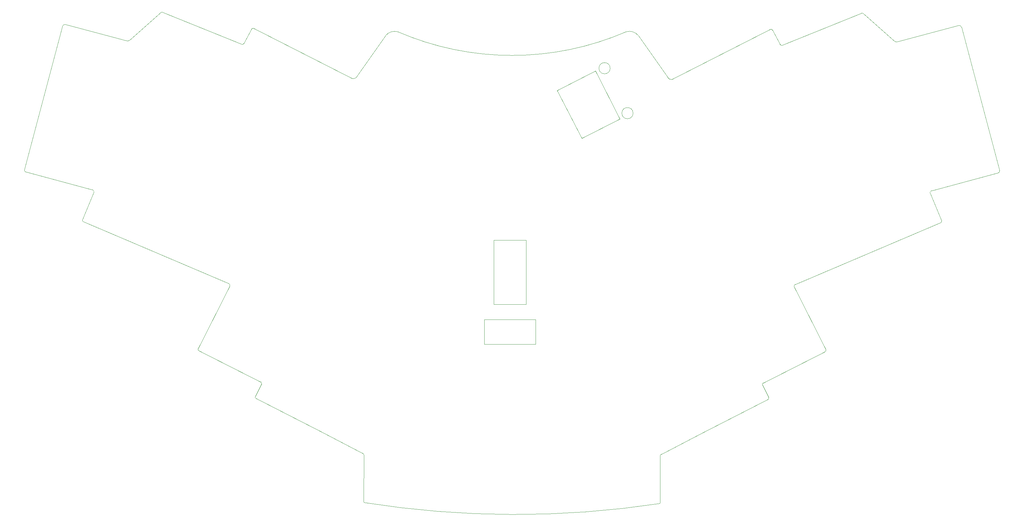
<source format=gbr>
%TF.GenerationSoftware,KiCad,Pcbnew,(6.0.4)*%
%TF.CreationDate,2022-10-16T13:45:35+02:00*%
%TF.ProjectId,Batreeq,42617472-6565-4712-9e6b-696361645f70,rev?*%
%TF.SameCoordinates,Original*%
%TF.FileFunction,Profile,NP*%
%FSLAX46Y46*%
G04 Gerber Fmt 4.6, Leading zero omitted, Abs format (unit mm)*
G04 Created by KiCad (PCBNEW (6.0.4)) date 2022-10-16 13:45:35*
%MOMM*%
%LPD*%
G01*
G04 APERTURE LIST*
%TA.AperFunction,Profile*%
%ADD10C,0.050000*%
%TD*%
%TA.AperFunction,Profile*%
%ADD11C,0.120000*%
%TD*%
G04 APERTURE END LIST*
D10*
X38631305Y-77102066D02*
G75*
G03*
X38286290Y-76411970I-518505J172066D01*
G01*
X226117814Y-101740107D02*
G75*
G03*
X225863800Y-102502078I202686J-490893D01*
G01*
X47491766Y-36573766D02*
G75*
G03*
X48164020Y-36396732I185534J660366D01*
G01*
X219513801Y-33446076D02*
X193097800Y-46908079D01*
X217481807Y-128156086D02*
G75*
G03*
X217372353Y-128611521I176193J-283214D01*
G01*
X220021763Y-33700096D02*
G75*
G03*
X219513801Y-33446076I-418263J-201504D01*
G01*
X66511404Y-118887933D02*
G75*
G03*
X66765447Y-119520078I401996J-205567D01*
G01*
X252653094Y-36650765D02*
G75*
G03*
X253325372Y-36827742I486706J483465D01*
G01*
X192081801Y-46400079D02*
X184207801Y-35192077D01*
X78211994Y-37510078D02*
X57031258Y-28923106D01*
X243785888Y-29177107D02*
X222605153Y-37764079D01*
X218855522Y-132509457D02*
G75*
G03*
X219004402Y-131964677I-195122J346057D01*
G01*
X111021347Y-160160079D02*
G75*
G03*
X189795802Y-160414077I40206193J253864629D01*
G01*
X110783349Y-159906076D02*
G75*
G03*
X111021347Y-160160079I258251J3476D01*
G01*
X234305698Y-119141958D02*
X225863800Y-102502078D01*
X31011347Y-32176071D02*
G75*
G03*
X30249346Y-32684076I-112247J-657129D01*
G01*
X78212003Y-37510049D02*
G75*
G03*
X78763347Y-37256079I137497J426949D01*
G01*
X81303344Y-33192085D02*
G75*
G03*
X80795345Y-33446079I-89644J-455715D01*
G01*
X219004402Y-131964677D02*
X217372353Y-128611521D01*
X38631345Y-77102079D02*
X35583347Y-84468078D01*
X35583352Y-84468081D02*
G75*
G03*
X35755299Y-84934864I312848J-149819D01*
G01*
X83444758Y-128357499D02*
G75*
G03*
X83335345Y-127902081I-285758J172199D01*
G01*
X81812809Y-131710715D02*
G75*
G03*
X81961628Y-132255452I342291J-199185D01*
G01*
X190303815Y-147206112D02*
G75*
G03*
X190030935Y-147639134I160585J-403688D01*
G01*
X107719346Y-46654078D02*
X81303346Y-33192076D01*
X20089384Y-71006090D02*
G75*
G03*
X20400297Y-71647970I488316J-159710D01*
G01*
X116609345Y-35192076D02*
X108735344Y-46400078D01*
X217481801Y-128156077D02*
X234051699Y-119774079D01*
X156741345Y-117742080D02*
X143025346Y-117742078D01*
X143025345Y-111138077D01*
X156741345Y-111138076D01*
X156741345Y-117742080D01*
X190033800Y-160160078D02*
X190030935Y-147639134D01*
X270567742Y-32938092D02*
G75*
G03*
X269805800Y-32430078I-649742J-149108D01*
G01*
X119911343Y-34149111D02*
G75*
G03*
X180905802Y-34149111I30497230J70469014D01*
G01*
X244323461Y-29256769D02*
G75*
G03*
X243785888Y-29177107I-330961J-379731D01*
G01*
X99337346Y-141110078D02*
X110513347Y-146952078D01*
X83444795Y-128357521D02*
X81812745Y-131710678D01*
X74953346Y-102248079D02*
X66511448Y-118887956D01*
X35755299Y-84934864D02*
X74699347Y-101486078D01*
X110786181Y-147385136D02*
G75*
G03*
X110513347Y-146952078I-433381J29436D01*
G01*
X47491772Y-36573744D02*
X31011346Y-32176077D01*
X252653128Y-36650731D02*
X244323459Y-29256771D01*
X192081764Y-46400099D02*
G75*
G03*
X193097800Y-46908079I871936J473899D01*
G01*
X74953313Y-102248059D02*
G75*
G03*
X74699347Y-101486078I-456513J271159D01*
G01*
X226117803Y-101740079D02*
X265061848Y-85188864D01*
X184207782Y-35192091D02*
G75*
G03*
X180905802Y-34149111I-2387682J-1810809D01*
G01*
X30249346Y-32684076D02*
X20089347Y-71006078D01*
X56493685Y-29002772D02*
X48164020Y-36396732D01*
X222053779Y-37510087D02*
G75*
G03*
X222605153Y-37764079I413921J173087D01*
G01*
X201479798Y-141364078D02*
X218855518Y-132509450D01*
X189795798Y-160414026D02*
G75*
G03*
X190033800Y-160160078I-20298J257526D01*
G01*
X81961628Y-132255452D02*
X99337346Y-141110078D01*
X20400297Y-71647970D02*
X38286290Y-76411970D01*
X280416872Y-71902036D02*
G75*
G03*
X280727802Y-71260077I-177472J482236D01*
G01*
X262530831Y-76665900D02*
G75*
G03*
X262185803Y-77356078I173569J-518100D01*
G01*
X119911359Y-34149058D02*
G75*
G03*
X116609345Y-35192076I-892459J-2922942D01*
G01*
X80795345Y-33446079D02*
X78763347Y-37256079D01*
X234051690Y-119774054D02*
G75*
G03*
X234305698Y-119141958I-147990J426554D01*
G01*
X262530854Y-76665970D02*
X280416848Y-71901970D01*
X222053801Y-37510078D02*
X220021801Y-33700078D01*
X57031280Y-28923056D02*
G75*
G03*
X56493685Y-29002772I-206580J-459444D01*
G01*
X269805800Y-32430078D02*
X253325372Y-36827742D01*
X265061861Y-85188893D02*
G75*
G03*
X265233802Y-84722075I-140961J316993D01*
G01*
X110786209Y-147385138D02*
X110783347Y-159906076D01*
X265233802Y-84722075D02*
X262185803Y-77356078D01*
X190303802Y-147206080D02*
X201479798Y-141364078D01*
X66765447Y-119520078D02*
X83335345Y-127902081D01*
X107719352Y-46654055D02*
G75*
G03*
X108735344Y-46400078I281448J1033255D01*
G01*
X280727802Y-71260077D02*
X270567801Y-32938079D01*
D11*
%TO.C,U5*%
X176649092Y-43892409D02*
G75*
G03*
X176649092Y-43892409I-1500033J0D01*
G01*
X182777949Y-55920968D02*
G75*
G03*
X182777949Y-55920968I-1500033J0D01*
G01*
X172694887Y-44626602D02*
X179241430Y-57474917D01*
X179241430Y-57474917D02*
X169057225Y-62664028D01*
X169057225Y-62664028D02*
X162510682Y-49815714D01*
X162510682Y-49815714D02*
X172694887Y-44626602D01*
%TO.C,U4*%
X145543347Y-89862077D02*
X154143347Y-89862077D01*
X154143347Y-89862077D02*
X154143347Y-107122077D01*
X154143347Y-107122077D02*
X145543347Y-107122077D01*
X145543347Y-107122077D02*
X145543347Y-89862077D01*
%TD*%
M02*

</source>
